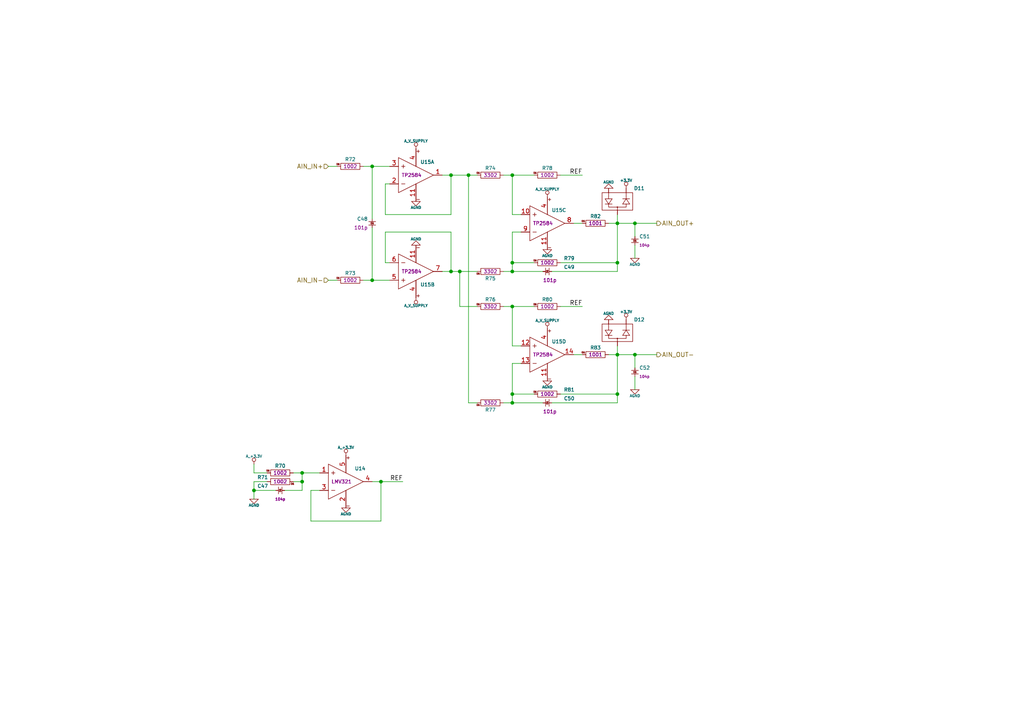
<source format=kicad_sch>
(kicad_sch (version 20231120) (generator "eeschema") (generator_version "8.0")
  (paper "A4")
  (title_block (title "Open-PLC-Project") (date "2024-12-01") (company "-") (comment 1 "See the file \"LICENSE\" in the main directory of this archive for more details.") (comment 2 "This file is subject to the terms and conditions of the MIT License.") (comment 3 "Copyright (c) 2024 Yoon-Ki Hong"))
  (lib_symbols
    (symbol "+3.3V_1" (power) (pin_names (offset 1.016))
      (property "Value" "A_+3.3V" (at 0 2.286 0))
      (symbol "+3.3V_1_0_1"
        (polyline (pts (xy 0 0) (xy 0 0.762) (xy 0 0.762) (xy 0 0.762)))
        (circle (center 0 1.27) (radius 0.508))
      )
      (symbol "+3.3V_1_1_0"
        (pin power_in line (at 0 0 90) (length 0) hide (name "A_+3.3V") (number "1"))
      )
    )
    (symbol "AGND_1" (power) (pin_names (offset 0))
      (property "Value" "AGND" (at 0 -1.778 0))
      (symbol "AGND_1_0_1"
        (polyline (pts (xy -1.27 0) (xy 0 -1.27) (xy 1.27 0) (xy -1.27 0)))
      )
      (symbol "AGND_1_1_1"
        (pin power_in line (at 0 0 90) (length 0) hide (name "AGND") (number "1"))
      )
    )
    (symbol "Capacitor_MLCC:0603B101K500" (pin_numbers hide) (pin_names (offset 1.016) hide)
      (property "Reference" "C" (at 1.27 1.27 0))
      (property "#Value" "101p" (at 1.27 -1.27 0))
      (symbol "0603B101K500_0_0"
        (text "06" (at 0 0 0) (effects (font (size 0.508 0.508))))
      )
      (symbol "0603B101K500_0_1"
        (polyline (pts (xy -1.016 -0.508) (xy 1.016 -0.508)))
        (polyline (pts (xy -1.016 0.508) (xy 1.016 0.508)))
        (polyline (pts (xy 0 1.27) (xy 0 0.635) (xy 0 0.635)))
      )
      (symbol "0603B101K500_1_1"
        (pin passive line (at 0 -1.27 90) (length 0.762) (name "~") (number "1"))
        (pin passive line (at 0 1.27 270) (length 0.762) (name "~") (number "2"))
      )
    )
    (symbol "Capacitor_MLCC:0603B104K500" (pin_numbers hide) (pin_names (offset 1.016) hide)
      (property "Reference" "C" (at 1.27 1.27 0))
      (property "#Value" "104p" (at 1.27 -1.27 0))
      (symbol "0603B104K500_0_0"
        (text "06" (at 0 0 0) (effects (font (size 0.508 0.508))))
      )
      (symbol "0603B104K500_0_1"
        (polyline (pts (xy -1.016 -0.508) (xy 1.016 -0.508)))
        (polyline (pts (xy -1.016 0.508) (xy 1.016 0.508)))
        (polyline (pts (xy 0 1.27) (xy 0 0.635) (xy 0 0.635)))
      )
      (symbol "0603B104K500_1_1"
        (pin passive line (at 0 -1.27 90) (length 0.762) (name "~") (number "1"))
        (pin passive line (at 0 1.27 270) (length 0.762) (name "~") (number "2"))
      )
    )
    (symbol "Diode_Protection:KDS226" (pin_numbers hide) (pin_names (offset 1.016) hide)
      (property "Reference" "D" (at -5.08 3.81 0))
      (symbol "KDS226_0_1"
        (rectangle (start -4.445 2.54) (end 4.445 -2.54))
        (circle (center 0 -1.651) (radius 0.127))
        (polyline (pts (xy -3.556 0.762) (xy -2.54 -0.762)))
        (polyline (pts (xy -2.54 -0.762) (xy -3.556 -0.762)))
        (polyline (pts (xy -2.54 -0.762) (xy -1.524 -0.762)))
        (polyline (pts (xy -2.54 -0.762) (xy -1.524 0.762)))
        (polyline (pts (xy -2.54 0.762) (xy -3.556 0.762)))
        (polyline (pts (xy -2.54 0.762) (xy -1.524 0.762)))
        (polyline (pts (xy 2.54 -0.762) (xy 1.524 -0.762)))
        (polyline (pts (xy 2.54 -0.762) (xy 3.556 -0.762)))
        (polyline (pts (xy 2.54 0.762) (xy 1.524 0.762)))
        (polyline (pts (xy 2.54 0.762) (xy 2.54 2.54)))
        (polyline (pts (xy 2.54 0.762) (xy 3.556 -0.762)))
        (polyline (pts (xy 2.54 0.762) (xy 3.556 0.762)))
        (polyline (pts (xy -2.54 0.762) (xy -2.54 2.667) (xy -2.54 2.54)))
        (polyline (pts (xy 2.54 -0.762) (xy 2.54 -1.651) (xy 0 -1.651)))
        (polyline (pts (xy -2.54 -0.762) (xy -2.54 -1.651) (xy 0 -1.651) (xy 0 -2.54)))
      )
      (symbol "KDS226_1_1"
        (polyline (pts (xy 1.524 -0.762) (xy 2.54 0.762)))
        (pin passive line (at -2.54 3.81 270) (length 1.27) (name "A2") (number "1"))
        (pin passive line (at 2.54 3.81 270) (length 1.27) (name "C1") (number "2"))
        (pin passive line (at 0 -3.81 90) (length 1.27) (name "A1C2") (number "3"))
      )
    )
    (symbol "OPAMP:LMV321-TR" (pin_names (offset 1.016) hide)
      (property "Reference" "U" (at 2.54 3.81 0))
      (property "#Value" "LMV321" (at -1.27 0 0))
      (symbol "LMV321-TR_0_0"
        (text "+" (at 0.635 6.985 0) (effects (font (size 1.016 1.016))))
        (text "-" (at 0.635 -6.985 0) (effects (font (size 1.016 1.016))))
        (pin power_in line (at 0 -7.62 90) (length 5.08) (name "VSS") (number "2"))
        (pin power_in line (at 0 7.62 270) (length 5.08) (name "VDD") (number "5"))
      )
      (symbol "LMV321-TR_0_1"
        (polyline (pts (xy -4.191 -2.54) (xy -3.175 -2.54)))
        (polyline (pts (xy -4.191 2.54) (xy -3.175 2.54)))
        (polyline (pts (xy -3.683 3.048) (xy -3.683 2.032)))
        (polyline (pts (xy -5.08 5.08) (xy -5.08 -5.08) (xy 5.08 0) (xy -5.08 5.08)))
      )
      (symbol "LMV321-TR_1_1"
        (pin input line (at -7.62 2.54 0) (length 2.54) (name "+") (number "1"))
        (pin input line (at -7.62 -2.54 0) (length 2.54) (name "-") (number "3"))
        (pin output line (at 7.62 0 180) (length 2.54) (name "OUT") (number "4"))
      )
    )
    (symbol "OPAMP:TP2584-SR" (pin_names (offset 1.016) hide)
      (property "Reference" "U" (at 1.27 3.81 0))
      (property "#Value" "TP2584" (at -1.27 0 0))
      (symbol "TP2584-SR_0_0"
        (text "+" (at 0.635 6.985 0) (effects (font (size 1.016 1.016))))
        (text "-" (at 0.635 -6.985 0) (effects (font (size 1.016 1.016))))
        (pin power_in line (at 0 -7.62 90) (length 5.08) (name "GND") (number "11"))
        (pin power_in line (at 0 7.62 270) (length 5.08) (name "VCC") (number "4"))
      )
      (symbol "TP2584-SR_0_1"
        (polyline (pts (xy -4.191 -2.54) (xy -3.175 -2.54)))
        (polyline (pts (xy -4.191 2.54) (xy -3.175 2.54)))
        (polyline (pts (xy -3.683 3.048) (xy -3.683 2.032)))
        (polyline (pts (xy -5.08 5.08) (xy -5.08 -5.08) (xy 5.08 0) (xy -5.08 5.08)))
      )
      (symbol "TP2584-SR_1_1"
        (pin output line (at 7.62 0 180) (length 2.54) (name "OUT") (number "1"))
        (pin input line (at -7.62 -2.54 0) (length 2.54) (name "-") (number "2"))
        (pin input line (at -7.62 2.54 0) (length 2.54) (name "+") (number "3"))
      )
      (symbol "TP2584-SR_2_1"
        (pin input line (at -7.62 2.54 0) (length 2.54) (name "+") (number "5"))
        (pin input line (at -7.62 -2.54 0) (length 2.54) (name "-") (number "6"))
        (pin output line (at 7.62 0 180) (length 2.54) (name "OUT") (number "7"))
      )
      (symbol "TP2584-SR_3_1"
        (pin input line (at -7.62 2.54 0) (length 2.54) (name "+") (number "10"))
        (pin output line (at 7.62 0 180) (length 2.54) (name "OUT") (number "8"))
        (pin input line (at -7.62 -2.54 0) (length 2.54) (name "-") (number "9"))
      )
      (symbol "TP2584-SR_4_1"
        (pin input line (at -7.62 2.54 0) (length 2.54) (name "+") (number "12"))
        (pin input line (at -7.62 -2.54 0) (length 2.54) (name "-") (number "13"))
        (pin output line (at 7.62 0 180) (length 2.54) (name "OUT") (number "14"))
      )
    )
    (symbol "Resistor:WR06X1001FTL" (pin_numbers hide) (pin_names (offset 0.0254))
      (property "Reference" "R" (at 0 2.032 0))
      (property "#Value" "1001" (at 0 0 0))
      (symbol "WR06X1001FTL_0_0"
        (text "06" (at -3.556 0.635 0) (effects (font (size 0.508 0.508))))
      )
      (symbol "WR06X1001FTL_0_1"
        (rectangle (start -2.794 -0.889) (end 2.794 0.889))
      )
      (symbol "WR06X1001FTL_1_1"
        (pin passive line (at -3.81 0 0) (length 1.016) (name "~") (number "1"))
        (pin passive line (at 3.81 0 180) (length 1.016) (name "~") (number "2"))
      )
    )
    (symbol "Resistor:WR06X1002FTL" (pin_numbers hide) (pin_names (offset 0.0254))
      (property "Reference" "R" (at 0 2.032 0))
      (property "#Value" "1002" (at 0 0 0))
      (symbol "WR06X1002FTL_0_0"
        (text "06" (at -3.556 0.635 0) (effects (font (size 0.508 0.508))))
      )
      (symbol "WR06X1002FTL_0_1"
        (rectangle (start -2.794 -0.889) (end 2.794 0.889))
      )
      (symbol "WR06X1002FTL_1_1"
        (pin passive line (at -3.81 0 0) (length 1.016) (name "~") (number "1"))
        (pin passive line (at 3.81 0 180) (length 1.016) (name "~") (number "2"))
      )
    )
    (symbol "Resistor:WR06X3302FTL" (pin_numbers hide) (pin_names (offset 0.0254))
      (property "Reference" "R" (at 0 2.032 0))
      (property "#Value" "3302" (at 0 0 0))
      (symbol "WR06X3302FTL_0_0"
        (text "06" (at -3.556 0.635 0) (effects (font (size 0.508 0.508))))
      )
      (symbol "WR06X3302FTL_0_1"
        (rectangle (start -2.794 -0.889) (end 2.794 0.889))
      )
      (symbol "WR06X3302FTL_1_1"
        (pin passive line (at -3.81 0 0) (length 1.016) (name "~") (number "1"))
        (pin passive line (at 3.81 0 180) (length 1.016) (name "~") (number "2"))
      )
    )
    (symbol "V_SUPPLY_1" (power) (pin_names (offset 1.016))
      (property "Value" "V_AIN" (at 0 2.286 0))
      (symbol "V_SUPPLY_1_0_1"
        (polyline (pts (xy 0 0) (xy 0 0.762) (xy 0 0.762) (xy 0 0.762)))
        (circle (center 0 1.27) (radius 0.508))
      )
      (symbol "V_SUPPLY_1_1_0"
        (pin power_in line (at 0 0 90) (length 0) hide (name "V_AIN") (number "1"))
      )
    )
    (symbol "power:+3.3V" (power) (pin_names (offset 1.016))
      (property "Value" "+3.3V" (at 0 2.286 0))
      (symbol "+3.3V_0_0"
        (pin power_in line (at 0 0 90) (length 0) hide (name "+3.3V") (number "1"))
      )
      (symbol "+3.3V_0_1"
        (polyline (pts (xy 0 0) (xy 0 0.762) (xy 0 0.762) (xy 0 0.762)))
        (circle (center 0 1.27) (radius 0.508))
      )
    )
  )
  (junction (at 87.63 137.16))
  (junction (at 184.15 64.77))
  (junction (at 130.81 50.8))
  (junction (at 130.81 78.74))
  (junction (at 179.07 102.87))
  (junction (at 148.59 88.9))
  (junction (at 135.89 50.8))
  (junction (at 148.59 78.74))
  (junction (at 179.07 64.77))
  (junction (at 133.35 78.74))
  (junction (at 179.07 114.3))
  (junction (at 87.63 139.7))
  (junction (at 148.59 50.8))
  (junction (at 148.59 114.3))
  (junction (at 73.66 142.24))
  (junction (at 148.59 76.2))
  (junction (at 107.95 81.28))
  (junction (at 107.95 48.26))
  (junction (at 179.07 76.2))
  (junction (at 184.15 102.87))
  (junction (at 110.49 139.7))
  (junction (at 148.59 116.84))
  (wire (pts (xy 107.95 81.28) (xy 113.03 81.28)))
  (wire (pts (xy 148.59 50.8) (xy 154.94 50.8)))
  (wire (pts (xy 176.53 64.77) (xy 179.07 64.77)))
  (wire (pts (xy 87.63 137.16) (xy 92.71 137.16)))
  (wire (pts (xy 87.63 142.24) (xy 87.63 139.7)))
  (wire (pts (xy 162.56 50.8) (xy 168.91 50.8)))
  (wire (pts (xy 95.25 81.28) (xy 97.79 81.28)))
  (wire (pts (xy 148.59 100.33) (xy 148.59 88.9)))
  (wire (pts (xy 111.76 53.34) (xy 113.03 53.34)))
  (wire (pts (xy 111.76 62.23) (xy 111.76 53.34)))
  (wire (pts (xy 148.59 105.41) (xy 151.13 105.41)))
  (wire (pts (xy 135.89 50.8) (xy 135.89 116.84)))
  (wire (pts (xy 148.59 114.3) (xy 148.59 116.84)))
  (wire (pts (xy 184.15 102.87) (xy 190.5 102.87)))
  (wire (pts (xy 130.81 78.74) (xy 133.35 78.74)))
  (wire (pts (xy 107.95 66.04) (xy 107.95 81.28)))
  (wire (pts (xy 162.56 76.2) (xy 179.07 76.2)))
  (wire (pts (xy 148.59 116.84) (xy 157.48 116.84)))
  (wire (pts (xy 130.81 78.74) (xy 128.27 78.74)))
  (wire (pts (xy 184.15 102.87) (xy 184.15 106.68)))
  (wire (pts (xy 110.49 139.7) (xy 107.95 139.7)))
  (wire (pts (xy 133.35 88.9) (xy 138.43 88.9)))
  (wire (pts (xy 146.05 50.8) (xy 148.59 50.8)))
  (wire (pts (xy 128.27 50.8) (xy 130.81 50.8)))
  (wire (pts (xy 73.66 142.24) (xy 80.01 142.24)))
  (wire (pts (xy 111.76 76.2) (xy 113.03 76.2)))
  (wire (pts (xy 154.94 114.3) (xy 148.59 114.3)))
  (wire (pts (xy 95.25 48.26) (xy 97.79 48.26)))
  (wire (pts (xy 176.53 102.87) (xy 179.07 102.87)))
  (wire (pts (xy 135.89 50.8) (xy 138.43 50.8)))
  (wire (pts (xy 105.41 48.26) (xy 107.95 48.26)))
  (wire (pts (xy 148.59 78.74) (xy 157.48 78.74)))
  (wire (pts (xy 184.15 64.77) (xy 184.15 68.58)))
  (wire (pts (xy 160.02 116.84) (xy 179.07 116.84)))
  (wire (pts (xy 179.07 62.23) (xy 179.07 64.77)))
  (wire (pts (xy 148.59 62.23) (xy 148.59 50.8)))
  (wire (pts (xy 110.49 151.13) (xy 110.49 139.7)))
  (wire (pts (xy 73.66 134.62) (xy 73.66 137.16)))
  (wire (pts (xy 179.07 100.33) (xy 179.07 102.87)))
  (wire (pts (xy 146.05 116.84) (xy 148.59 116.84)))
  (wire (pts (xy 90.17 142.24) (xy 90.17 151.13)))
  (wire (pts (xy 73.66 139.7) (xy 77.47 139.7)))
  (wire (pts (xy 148.59 76.2) (xy 148.59 78.74)))
  (wire (pts (xy 85.09 139.7) (xy 87.63 139.7)))
  (wire (pts (xy 179.07 102.87) (xy 184.15 102.87)))
  (wire (pts (xy 90.17 151.13) (xy 110.49 151.13)))
  (wire (pts (xy 148.59 105.41) (xy 148.59 114.3)))
  (wire (pts (xy 85.09 137.16) (xy 87.63 137.16)))
  (wire (pts (xy 184.15 64.77) (xy 190.5 64.77)))
  (wire (pts (xy 146.05 78.74) (xy 148.59 78.74)))
  (wire (pts (xy 148.59 100.33) (xy 151.13 100.33)))
  (wire (pts (xy 107.95 48.26) (xy 113.03 48.26)))
  (wire (pts (xy 184.15 71.12) (xy 184.15 74.93)))
  (wire (pts (xy 130.81 67.31) (xy 130.81 78.74)))
  (wire (pts (xy 130.81 50.8) (xy 135.89 50.8)))
  (wire (pts (xy 105.41 81.28) (xy 107.95 81.28)))
  (wire (pts (xy 107.95 48.26) (xy 107.95 63.5)))
  (wire (pts (xy 148.59 88.9) (xy 154.94 88.9)))
  (wire (pts (xy 73.66 139.7) (xy 73.66 142.24)))
  (wire (pts (xy 179.07 116.84) (xy 179.07 114.3)))
  (wire (pts (xy 133.35 78.74) (xy 133.35 88.9)))
  (wire (pts (xy 184.15 109.22) (xy 184.15 113.03)))
  (wire (pts (xy 179.07 64.77) (xy 184.15 64.77)))
  (wire (pts (xy 154.94 76.2) (xy 148.59 76.2)))
  (wire (pts (xy 130.81 62.23) (xy 111.76 62.23)))
  (wire (pts (xy 92.71 142.24) (xy 90.17 142.24)))
  (wire (pts (xy 179.07 78.74) (xy 179.07 76.2)))
  (wire (pts (xy 133.35 78.74) (xy 138.43 78.74)))
  (wire (pts (xy 162.56 114.3) (xy 179.07 114.3)))
  (wire (pts (xy 111.76 67.31) (xy 111.76 76.2)))
  (wire (pts (xy 160.02 78.74) (xy 179.07 78.74)))
  (wire (pts (xy 148.59 62.23) (xy 151.13 62.23)))
  (wire (pts (xy 179.07 64.77) (xy 179.07 76.2)))
  (wire (pts (xy 168.91 102.87) (xy 166.37 102.87)))
  (wire (pts (xy 162.56 88.9) (xy 168.91 88.9)))
  (wire (pts (xy 148.59 67.31) (xy 148.59 76.2)))
  (wire (pts (xy 73.66 142.24) (xy 73.66 144.78)))
  (wire (pts (xy 130.81 50.8) (xy 130.81 62.23)))
  (wire (pts (xy 130.81 67.31) (xy 111.76 67.31)))
  (wire (pts (xy 110.49 139.7) (xy 116.84 139.7)))
  (wire (pts (xy 179.07 102.87) (xy 179.07 114.3)))
  (wire (pts (xy 146.05 88.9) (xy 148.59 88.9)))
  (wire (pts (xy 135.89 116.84) (xy 138.43 116.84)))
  (wire (pts (xy 73.66 137.16) (xy 77.47 137.16)))
  (wire (pts (xy 87.63 139.7) (xy 87.63 137.16)))
  (wire (pts (xy 168.91 64.77) (xy 166.37 64.77)))
  (wire (pts (xy 148.59 67.31) (xy 151.13 67.31)))
  (wire (pts (xy 82.55 142.24) (xy 87.63 142.24)))
  (label "REF" (at 168.91 50.8 180))
  (label "REF" (at 168.91 88.9 180))
  (label "REF" (at 116.84 139.7 180))
  (hierarchical_label "AIN_OUT-" (shape output) (at 190.5 102.87 0))
  (hierarchical_label "AIN_OUT+" (shape output) (at 190.5 64.77 0))
  (hierarchical_label "AIN_IN+" (shape input) (at 95.25 48.26 180))
  (hierarchical_label "AIN_IN-" (shape input) (at 95.25 81.28 180))
  (symbol (lib_id "Resistor:WR06X1002FTL") (at 81.28 137.16 0) (unit 1)
    (property "Reference" "R70" (at 81.28 135.128 0) (effects (font (size 1.016 1.016))))
    (property "Value" "WR06X1002FTL" (effects (hide yes)))
    (property "Footprint" "SMR:0603" (effects (hide yes)))
    (property "Description" "10 kOhm 1% 1/10W" (effects (hide yes)))
    (property "Manufacturer" "WALSIN" (effects (hide yes)))
    (property "#Value" "1002" (at 81.28 137.16 0) (effects (font (size 1.016 1.016))))
    (instances (project "Open-PLC-Project" (path "" (reference "R70") (unit 1)) (path "" (reference "R84") (unit 1)) (path "" (reference "R112") (unit 1)) (path "" (reference "R98") (unit 1))))
  )
  (symbol (lib_name "AGND_1") (lib_id "power:AGND") (at 158.75 72.39 0) (unit 1)
    (property "Reference" "#PWR0141" (effects (hide yes)))
    (property "Value" "AGND" (at 158.75 74.168 0) (effects (font (size 0.762 0.762))))
    (instances (project "Open-PLC-Project" (path "" (reference "#PWR0141") (unit 1)) (path "" (reference "#PWR0159") (unit 1)) (path "" (reference "#PWR0195") (unit 1)) (path "" (reference "#PWR0177") (unit 1))))
  )
  (symbol (lib_id "Resistor:WR06X1002FTL") (at 101.6 48.26 0) (unit 1)
    (property "Reference" "R86" (at 101.6 46.228 0) (effects (font (size 1.016 1.016))))
    (property "Value" "WR06X1002FTL" (effects (hide yes)))
    (property "Footprint" "SMR:0603" (effects (hide yes)))
    (property "Description" "10 kOhm 1% 1/10W" (effects (hide yes)))
    (property "Manufacturer" "WALSIN" (effects (hide yes)))
    (property "#Value" "1002" (at 101.6 48.26 0) (effects (font (size 1.016 1.016))))
    (instances (project "" (path "" (reference "R72") (unit 1)) (path "" (reference "R86") (unit 1)) (path "" (reference "R114") (unit 1)) (path "" (reference "R100") (unit 1))))
  )
  (symbol (lib_id "Capacitor_MLCC:0603B101K500") (at 107.95 64.77 0) (mirror x) (unit 1)
    (property "Reference" "C48" (at 106.68 63.5 0) (effects (font (size 1.016 1.016)) (justify right)))
    (property "Value" "0603B101K500" (effects (hide yes)))
    (property "Footprint" "SMC:0603" (effects (hide yes)))
    (property "Description" "100pF 10% 50V X7R" (effects (hide yes)))
    (property "Manufacturer" "WALSIN" (effects (hide yes)))
    (property "#Value" "101p" (at 106.68 66.04 0) (effects (font (size 1.016 1.016)) (justify right)))
    (property "Code" "0" (effects (hide yes)))
    (instances (project "Open-PLC-Project" (path "" (reference "C48") (unit 1)) (path "" (reference "C54") (unit 1)) (path "" (reference "C66") (unit 1)) (path "" (reference "C60") (unit 1))))
  )
  (symbol (lib_id "Resistor:WR06X1001FTL") (at 172.72 64.77 0) (unit 1)
    (property "Reference" "R96" (at 172.72 62.738 0) (effects (font (size 1.016 1.016))))
    (property "Value" "WR06X1001FTL" (effects (hide yes)))
    (property "Footprint" "SMR:0603" (effects (hide yes)))
    (property "Description" "1 kOhm ±1% 1/10W" (effects (hide yes)))
    (property "Manufacturer" "WALSIN" (effects (hide yes)))
    (property "#Value" "1001" (at 172.72 64.77 0) (effects (font (size 1.016 1.016))))
    (instances (project "" (path "" (reference "R82") (unit 1)) (path "" (reference "R96") (unit 1)) (path "" (reference "R124") (unit 1)) (path "" (reference "R110") (unit 1))))
  )
  (symbol (lib_id "Resistor:WR06X1002FTL") (at 81.28 139.7 180) (unit 1)
    (property "Reference" "R71" (at 76.2 138.43 0) (effects (font (size 1.016 1.016))))
    (property "Value" "WR06X1002FTL" (effects (hide yes)))
    (property "Footprint" "SMR:0603" (effects (hide yes)))
    (property "Description" "10 kOhm 1% 1/10W" (effects (hide yes)))
    (property "Manufacturer" "WALSIN" (effects (hide yes)))
    (property "#Value" "1002" (at 81.28 139.7 0) (effects (font (size 1.016 1.016))))
    (instances (project "Open-PLC-Project" (path "" (reference "R71") (unit 1)) (path "" (reference "R85") (unit 1)) (path "" (reference "R113") (unit 1)) (path "" (reference "R99") (unit 1))))
  )
  (symbol (lib_id "Capacitor_MLCC:0603B104K500") (at 184.15 69.85 0) (unit 1)
    (property "Reference" "C57" (at 185.42 68.58 0) (effects (font (size 1.016 1.016)) (justify left)))
    (property "Value" "0603B104K500" (effects (hide yes)))
    (property "Footprint" "SMC:0603" (effects (hide yes)))
    (property "Description" "100nF ±10% 50V X7R" (effects (hide yes)))
    (property "Manufacturer" "WALSIN" (effects (hide yes)))
    (property "#Value" "104p" (at 185.42 71.12 0) (effects (font (size 0.762 0.762)) (justify left)))
    (instances (project "" (path "" (reference "C51") (unit 1)) (path "" (reference "C57") (unit 1)) (path "" (reference "C69") (unit 1)) (path "" (reference "C63") (unit 1))))
  )
  (symbol (lib_id "Resistor:WR06X3302FTL") (at 142.24 116.84 0) (mirror x) (unit 1)
    (property "Reference" "R77" (at 142.24 118.872 0) (effects (font (size 1.016 1.016))))
    (property "Value" "WR06X3302FTL" (effects (hide yes)))
    (property "Footprint" "SMR:0603" (effects (hide yes)))
    (property "Description" "33 kOhm ±1% 1/10W" (effects (hide yes)))
    (property "Manufacturer" "WALSIN" (effects (hide yes)))
    (property "#Value" "3302" (at 142.24 116.84 0) (effects (font (size 1.016 1.016))))
    (instances (project "Open-PLC-Project" (path "" (reference "R77") (unit 1)) (path "" (reference "R91") (unit 1)) (path "" (reference "R119") (unit 1)) (path "" (reference "R105") (unit 1))))
  )
  (symbol (lib_name "V_SUPPLY_1") (lib_id "power:V_SUPPLY") (at 120.65 86.36 0) (mirror x) (unit 1)
    (property "Reference" "#PWR0139" (effects (hide yes)))
    (property "Value" "A_V_SUPPLY" (at 120.65 88.646 0) (effects (font (size 0.762 0.762))))
    (instances (project "Open-PLC-Project" (path "" (reference "#PWR0139") (unit 1)) (path "" (reference "#PWR0157") (unit 1)) (path "" (reference "#PWR0193") (unit 1)) (path "" (reference "#PWR0175") (unit 1))))
  )
  (symbol (lib_id "Resistor:WR06X3302FTL") (at 142.24 50.8 0) (unit 1)
    (property "Reference" "R74" (at 142.24 48.768 0) (effects (font (size 1.016 1.016))))
    (property "Value" "WR06X3302FTL" (effects (hide yes)))
    (property "Footprint" "SMR:0603" (effects (hide yes)))
    (property "Description" "33 kOhm ±1% 1/10W" (effects (hide yes)))
    (property "Manufacturer" "WALSIN" (effects (hide yes)))
    (property "#Value" "3302" (at 142.24 50.8 0) (effects (font (size 1.016 1.016))))
    (instances (project "Open-PLC-Project" (path "" (reference "R74") (unit 1)) (path "" (reference "R88") (unit 1)) (path "" (reference "R116") (unit 1)) (path "" (reference "R102") (unit 1))))
  )
  (symbol (lib_id "power:+3.3V") (at 181.61 92.71 0) (unit 1)
    (property "Reference" "#PWR0147" (effects (hide yes)))
    (property "Value" "+3.3V" (at 181.61 90.424 0) (effects (font (size 0.762 0.762))))
    (instances (project "Open-PLC-Project" (path "" (reference "#PWR0147") (unit 1)) (path "" (reference "#PWR0165") (unit 1)) (path "" (reference "#PWR0201") (unit 1)) (path "" (reference "#PWR0183") (unit 1))))
  )
  (symbol (lib_name "AGND_1") (lib_id "power:AGND") (at 176.53 92.71 180) (unit 1)
    (property "Reference" "#PWR0145" (effects (hide yes)))
    (property "Value" "AGND" (at 176.53 90.932 0) (effects (font (size 0.762 0.762))))
    (instances (project "Open-PLC-Project" (path "" (reference "#PWR0145") (unit 1)) (path "" (reference "#PWR0163") (unit 1)) (path "" (reference "#PWR0199") (unit 1)) (path "" (reference "#PWR0181") (unit 1))))
  )
  (symbol (lib_id "Resistor:WR06X1001FTL") (at 172.72 102.87 0) (unit 1)
    (property "Reference" "R83" (at 172.72 100.838 0) (effects (font (size 1.016 1.016))))
    (property "Value" "WR06X1001FTL" (effects (hide yes)))
    (property "Footprint" "SMR:0603" (effects (hide yes)))
    (property "Description" "1 kOhm ±1% 1/10W" (effects (hide yes)))
    (property "Manufacturer" "WALSIN" (effects (hide yes)))
    (property "#Value" "1001" (at 172.72 102.87 0) (effects (font (size 1.016 1.016))))
    (instances (project "Open-PLC-Project" (path "" (reference "R83") (unit 1)) (path "" (reference "R97") (unit 1)) (path "" (reference "R125") (unit 1)) (path "" (reference "R111") (unit 1))))
  )
  (symbol (lib_name "AGND_1") (lib_id "power:AGND") (at 184.15 74.93 0) (unit 1)
    (property "Reference" "#PWR0148" (effects (hide yes)))
    (property "Value" "AGND" (at 184.15 76.708 0) (effects (font (size 0.762 0.762))))
    (instances (project "Open-PLC-Project" (path "" (reference "#PWR0148") (unit 1)) (path "" (reference "#PWR0166") (unit 1)) (path "" (reference "#PWR0202") (unit 1)) (path "" (reference "#PWR0184") (unit 1))))
  )
  (symbol (lib_name "AGND_1") (lib_id "power:AGND") (at 120.65 58.42 0) (unit 1)
    (property "Reference" "#PWR0137" (effects (hide yes)))
    (property "Value" "AGND" (at 120.65 60.198 0) (effects (font (size 0.762 0.762))))
    (instances (project "Open-PLC-Project" (path "" (reference "#PWR0137") (unit 1)) (path "" (reference "#PWR0155") (unit 1)) (path "" (reference "#PWR0191") (unit 1)) (path "" (reference "#PWR0173") (unit 1))))
  )
  (symbol (lib_name "AGND_1") (lib_id "power:AGND") (at 120.65 71.12 0) (mirror x) (unit 1)
    (property "Reference" "#PWR0138" (effects (hide yes)))
    (property "Value" "AGND" (at 120.65 69.342 0) (effects (font (size 0.762 0.762))))
    (instances (project "Open-PLC-Project" (path "" (reference "#PWR0138") (unit 1)) (path "" (reference "#PWR0156") (unit 1)) (path "" (reference "#PWR0192") (unit 1)) (path "" (reference "#PWR0174") (unit 1))))
  )
  (symbol (lib_id "OPAMP:TP2584-SR") (at 158.75 64.77 0) (unit 3)
    (property "Reference" "U15" (at 160.02 60.96 0) (effects (font (size 1.016 1.016)) (justify left)))
    (property "Value" "TP2584-SR" (effects (hide yes)))
    (property "Footprint" "SO:SOIC-14" (effects (hide yes)))
    (property "Description" "Four channels 8V/us 10MHz Rail-to-rail input, rail-to-rail output 3mV SOIC-14 Operational Amplifier ROHS" (effects (hide yes)))
    (property "Manufacturer" "3PEAK" (effects (hide yes)))
    (property "#Value" "TP2584" (at 157.48 64.77 0) (effects (font (size 1.016 1.016))))
    (instances (project "Open-PLC-Project" (path "" (reference "U15") (unit 3)) (path "" (reference "U17") (unit 3)) (path "" (reference "U21") (unit 3)) (path "" (reference "U19") (unit 3))))
  )
  (symbol (lib_id "Diode_Protection:KDS226") (at 179.07 58.42 0) (unit 1)
    (property "Reference" "D11" (at 185.42 54.61 0) (effects (font (size 1.016 1.016))))
    (property "Value" "KDS226" (effects (hide yes)))
    (property "Footprint" "SOT:SOT23" (effects (hide yes)))
    (property "Description" "ULTRA HIGH SPEED SWITCHING APPLICATION" (effects (hide yes)))
    (property "Manufacturer" "KEC" (effects (hide yes)))
    (instances (project "Open-PLC-Project" (path "" (reference "D11") (unit 1)) (path "" (reference "D13") (unit 1)) (path "" (reference "D17") (unit 1)) (path "" (reference "D15") (unit 1))))
  )
  (symbol (lib_id "OPAMP:LMV321-TR") (at 100.33 139.7 0) (unit 1)
    (property "Reference" "U16" (at 102.87 135.89 0) (effects (font (size 1.016 1.016)) (justify left)))
    (property "Value" "LMV321-TR" (effects (hide yes)))
    (property "Footprint" "SOT:SOT-23-5L" (effects (hide yes)))
    (property "Description" "1MHZ CMOS Rail-to-Rail IO Opamp with RF Filter" (effects (hide yes)))
    (property "Manufacturer" "GAINSIL" (effects (hide yes)))
    (property "#Value" "LMV321" (at 99.06 139.7 0) (effects (font (size 1.016 1.016))))
    (instances (project "" (path "" (reference "U14") (unit 1)) (path "" (reference "U16") (unit 1)) (path "" (reference "U20") (unit 1)) (path "" (reference "U18") (unit 1))))
  )
  (symbol (lib_id "Resistor:WR06X3302FTL") (at 142.24 88.9 0) (unit 1)
    (property "Reference" "R76" (at 142.24 86.868 0) (effects (font (size 1.016 1.016))))
    (property "Value" "WR06X3302FTL" (effects (hide yes)))
    (property "Footprint" "SMR:0603" (effects (hide yes)))
    (property "Description" "33 kOhm ±1% 1/10W" (effects (hide yes)))
    (property "Manufacturer" "WALSIN" (effects (hide yes)))
    (property "#Value" "3302" (at 142.24 88.9 0) (effects (font (size 1.016 1.016))))
    (instances (project "Open-PLC-Project" (path "" (reference "R76") (unit 1)) (path "" (reference "R90") (unit 1)) (path "" (reference "R118") (unit 1)) (path "" (reference "R104") (unit 1))))
  )
  (symbol (lib_id "power:+3.3V") (at 181.61 54.61 0) (unit 1)
    (property "Reference" "#PWR0164" (effects (hide yes)))
    (property "Value" "+3.3V" (at 181.61 52.324 0) (effects (font (size 0.762 0.762))))
    (instances (project "" (path "" (reference "#PWR0146") (unit 1)) (path "" (reference "#PWR0164") (unit 1)) (path "" (reference "#PWR0200") (unit 1)) (path "" (reference "#PWR0182") (unit 1))))
  )
  (symbol (lib_id "OPAMP:TP2584-SR") (at 120.65 50.8 0) (unit 1)
    (property "Reference" "U17" (at 121.92 46.99 0) (effects (font (size 1.016 1.016)) (justify left)))
    (property "Value" "TP2584-SR" (effects (hide yes)))
    (property "Footprint" "SO:SOIC-14" (effects (hide yes)))
    (property "Description" "Four channels 8V/us 10MHz Rail-to-rail input, rail-to-rail output 3mV SOIC-14 Operational Amplifier ROHS" (effects (hide yes)))
    (property "Manufacturer" "3PEAK" (effects (hide yes)))
    (property "#Value" "TP2584" (at 119.38 50.8 0) (effects (font (size 1.016 1.016))))
    (instances (project "" (path "" (reference "U15") (unit 1)) (path "" (reference "U17") (unit 1)) (path "" (reference "U21") (unit 1)) (path "" (reference "U19") (unit 1))))
  )
  (symbol (lib_id "OPAMP:TP2584-SR") (at 158.75 102.87 0) (unit 4)
    (property "Reference" "U15" (at 160.02 99.06 0) (effects (font (size 1.016 1.016)) (justify left)))
    (property "Value" "TP2584-SR" (effects (hide yes)))
    (property "Footprint" "SO:SOIC-14" (effects (hide yes)))
    (property "Description" "Four channels 8V/us 10MHz Rail-to-rail input, rail-to-rail output 3mV SOIC-14 Operational Amplifier ROHS" (effects (hide yes)))
    (property "Manufacturer" "3PEAK" (effects (hide yes)))
    (property "#Value" "TP2584" (at 157.48 102.87 0) (effects (font (size 1.016 1.016))))
    (instances (project "Open-PLC-Project" (path "" (reference "U15") (unit 4)) (path "" (reference "U17") (unit 4)) (path "" (reference "U21") (unit 4)) (path "" (reference "U19") (unit 4))))
  )
  (symbol (lib_name "AGND_1") (lib_id "power:AGND") (at 158.75 110.49 0) (unit 1)
    (property "Reference" "#PWR0143" (effects (hide yes)))
    (property "Value" "AGND" (at 158.75 112.268 0) (effects (font (size 0.762 0.762))))
    (instances (project "Open-PLC-Project" (path "" (reference "#PWR0143") (unit 1)) (path "" (reference "#PWR0161") (unit 1)) (path "" (reference "#PWR0197") (unit 1)) (path "" (reference "#PWR0179") (unit 1))))
  )
  (symbol (lib_id "Capacitor_MLCC:0603B104K500") (at 81.28 142.24 270) (unit 1)
    (property "Reference" "C47" (at 76.2 140.97 90) (effects (font (size 1.016 1.016))))
    (property "Value" "0603B104K500" (effects (hide yes)))
    (property "Footprint" "SMC:0603" (effects (hide yes)))
    (property "Description" "100nF ±10% 50V X7R" (effects (hide yes)))
    (property "Manufacturer" "WALSIN" (effects (hide yes)))
    (property "#Value" "104p" (at 81.28 144.78 90) (effects (font (size 0.762 0.762))))
    (instances (project "Open-PLC-Project" (path "" (reference "C47") (unit 1)) (path "" (reference "C53") (unit 1)) (path "" (reference "C65") (unit 1)) (path "" (reference "C59") (unit 1))))
  )
  (symbol (lib_name "+3.3V_1") (lib_id "power:+3.3V") (at 73.66 134.62 0) (unit 1)
    (property "Reference" "#PWR0132" (effects (hide yes)))
    (property "Value" "A_+3.3V" (at 73.66 132.334 0) (effects (font (size 0.762 0.762))))
    (instances (project "Open-PLC-Project" (path "" (reference "#PWR0132") (unit 1)) (path "" (reference "#PWR0150") (unit 1)) (path "" (reference "#PWR0186") (unit 1)) (path "" (reference "#PWR0168") (unit 1))))
  )
  (symbol (lib_id "Resistor:WR06X1002FTL") (at 158.75 88.9 0) (unit 1)
    (property "Reference" "R80" (at 158.75 86.868 0) (effects (font (size 1.016 1.016))))
    (property "Value" "WR06X1002FTL" (effects (hide yes)))
    (property "Footprint" "SMR:0603" (effects (hide yes)))
    (property "Description" "10 kOhm 1% 1/10W" (effects (hide yes)))
    (property "Manufacturer" "WALSIN" (effects (hide yes)))
    (property "#Value" "1002" (at 158.75 88.9 0) (effects (font (size 1.016 1.016))))
    (instances (project "Open-PLC-Project" (path "" (reference "R80") (unit 1)) (path "" (reference "R94") (unit 1)) (path "" (reference "R122") (unit 1)) (path "" (reference "R108") (unit 1))))
  )
  (symbol (lib_name "AGND_1") (lib_id "power:AGND") (at 73.66 144.78 0) (mirror y) (unit 1)
    (property "Reference" "#PWR0133" (effects (hide yes)))
    (property "Value" "AGND" (at 73.66 146.558 0) (effects (font (size 0.762 0.762))))
    (instances (project "Open-PLC-Project" (path "" (reference "#PWR0133") (unit 1)) (path "" (reference "#PWR0151") (unit 1)) (path "" (reference "#PWR0187") (unit 1)) (path "" (reference "#PWR0169") (unit 1))))
  )
  (symbol (lib_id "Capacitor_MLCC:0603B101K500") (at 158.75 116.84 90) (unit 1)
    (property "Reference" "C50" (at 165.1 115.57 90) (effects (font (size 1.016 1.016))))
    (property "Value" "0603B101K500" (effects (hide yes)))
    (property "Footprint" "SMC:0603" (effects (hide yes)))
    (property "Description" "100pF 10% 50V X7R" (effects (hide yes)))
    (property "Manufacturer" "WALSIN" (effects (hide yes)))
    (property "#Value" "101p" (at 157.48 119.38 90) (effects (font (size 1.016 1.016)) (justify right)))
    (property "Code" "0" (effects (hide yes)))
    (instances (project "Open-PLC-Project" (path "" (reference "C50") (unit 1)) (path "" (reference "C56") (unit 1)) (path "" (reference "C68") (unit 1)) (path "" (reference "C62") (unit 1))))
  )
  (symbol (lib_id "Capacitor_MLCC:0603B101K500") (at 158.75 78.74 90) (unit 1)
    (property "Reference" "C55" (at 165.1 77.47 90) (effects (font (size 1.016 1.016))))
    (property "Value" "0603B101K500" (effects (hide yes)))
    (property "Footprint" "SMC:0603" (effects (hide yes)))
    (property "Description" "100pF 10% 50V X7R" (effects (hide yes)))
    (property "Manufacturer" "WALSIN" (effects (hide yes)))
    (property "#Value" "101p" (at 157.48 81.28 90) (effects (font (size 1.016 1.016)) (justify right)))
    (property "Code" "0" (effects (hide yes)))
    (instances (project "" (path "" (reference "C49") (unit 1)) (path "" (reference "C55") (unit 1)) (path "" (reference "C67") (unit 1)) (path "" (reference "C61") (unit 1))))
  )
  (symbol (lib_name "V_SUPPLY_1") (lib_id "power:V_SUPPLY") (at 120.65 43.18 0) (unit 1)
    (property "Reference" "#PWR0136" (effects (hide yes)))
    (property "Value" "A_V_SUPPLY" (at 120.65 40.894 0) (effects (font (size 0.762 0.762))))
    (instances (project "Open-PLC-Project" (path "" (reference "#PWR0136") (unit 1)) (path "" (reference "#PWR0154") (unit 1)) (path "" (reference "#PWR0190") (unit 1)) (path "" (reference "#PWR0172") (unit 1))))
  )
  (symbol (lib_name "AGND_1") (lib_id "power:AGND") (at 184.15 113.03 0) (unit 1)
    (property "Reference" "#PWR0149" (effects (hide yes)))
    (property "Value" "AGND" (at 184.15 114.808 0) (effects (font (size 0.762 0.762))))
    (instances (project "Open-PLC-Project" (path "" (reference "#PWR0149") (unit 1)) (path "" (reference "#PWR0167") (unit 1)) (path "" (reference "#PWR0203") (unit 1)) (path "" (reference "#PWR0185") (unit 1))))
  )
  (symbol (lib_id "Resistor:WR06X1002FTL") (at 158.75 114.3 0) (unit 1)
    (property "Reference" "R81" (at 165.1 113.03 0) (effects (font (size 1.016 1.016))))
    (property "Value" "WR06X1002FTL" (effects (hide yes)))
    (property "Footprint" "SMR:0603" (effects (hide yes)))
    (property "Description" "10 kOhm 1% 1/10W" (effects (hide yes)))
    (property "Manufacturer" "WALSIN" (effects (hide yes)))
    (property "#Value" "1002" (at 158.75 114.3 0) (effects (font (size 1.016 1.016))))
    (instances (project "Open-PLC-Project" (path "" (reference "R81") (unit 1)) (path "" (reference "R95") (unit 1)) (path "" (reference "R123") (unit 1)) (path "" (reference "R109") (unit 1))))
  )
  (symbol (lib_id "Resistor:WR06X1002FTL") (at 158.75 76.2 0) (unit 1)
    (property "Reference" "R79" (at 165.1 74.93 0) (effects (font (size 1.016 1.016))))
    (property "Value" "WR06X1002FTL" (effects (hide yes)))
    (property "Footprint" "SMR:0603" (effects (hide yes)))
    (property "Description" "10 kOhm 1% 1/10W" (effects (hide yes)))
    (property "Manufacturer" "WALSIN" (effects (hide yes)))
    (property "#Value" "1002" (at 158.75 76.2 0) (effects (font (size 1.016 1.016))))
    (instances (project "Open-PLC-Project" (path "" (reference "R79") (unit 1)) (path "" (reference "R93") (unit 1)) (path "" (reference "R121") (unit 1)) (path "" (reference "R107") (unit 1))))
  )
  (symbol (lib_id "OPAMP:TP2584-SR") (at 120.65 78.74 0) (mirror x) (unit 2)
    (property "Reference" "U15" (at 121.92 82.55 0) (effects (font (size 1.016 1.016)) (justify left)))
    (property "Value" "TP2584-SR" (effects (hide yes)))
    (property "Footprint" "SO:SOIC-14" (effects (hide yes)))
    (property "Description" "Four channels 8V/us 10MHz Rail-to-rail input, rail-to-rail output 3mV SOIC-14 Operational Amplifier ROHS" (effects (hide yes)))
    (property "Manufacturer" "3PEAK" (effects (hide yes)))
    (property "#Value" "TP2584" (at 119.38 78.74 0) (effects (font (size 1.016 1.016))))
    (instances (project "Open-PLC-Project" (path "" (reference "U15") (unit 2)) (path "" (reference "U17") (unit 2)) (path "" (reference "U21") (unit 2)) (path "" (reference "U19") (unit 2))))
  )
  (symbol (lib_id "Diode_Protection:KDS226") (at 179.07 96.52 0) (unit 1)
    (property "Reference" "D12" (at 185.42 92.71 0) (effects (font (size 1.016 1.016))))
    (property "Value" "KDS226" (effects (hide yes)))
    (property "Footprint" "SOT:SOT23" (effects (hide yes)))
    (property "Description" "ULTRA HIGH SPEED SWITCHING APPLICATION" (effects (hide yes)))
    (property "Manufacturer" "KEC" (effects (hide yes)))
    (instances (project "Open-PLC-Project" (path "" (reference "D12") (unit 1)) (path "" (reference "D14") (unit 1)) (path "" (reference "D18") (unit 1)) (path "" (reference "D16") (unit 1))))
  )
  (symbol (lib_name "V_SUPPLY_1") (lib_id "power:V_SUPPLY") (at 158.75 57.15 0) (unit 1)
    (property "Reference" "#PWR0140" (effects (hide yes)))
    (property "Value" "A_V_SUPPLY" (at 158.75 54.864 0) (effects (font (size 0.762 0.762))))
    (instances (project "Open-PLC-Project" (path "" (reference "#PWR0140") (unit 1)) (path "" (reference "#PWR0158") (unit 1)) (path "" (reference "#PWR0194") (unit 1)) (path "" (reference "#PWR0176") (unit 1))))
  )
  (symbol (lib_name "AGND_1") (lib_id "power:AGND") (at 100.33 147.32 0) (mirror y) (unit 1)
    (property "Reference" "#PWR0135" (effects (hide yes)))
    (property "Value" "AGND" (at 100.33 149.098 0) (effects (font (size 0.762 0.762))))
    (instances (project "Open-PLC-Project" (path "" (reference "#PWR0135") (unit 1)) (path "" (reference "#PWR0153") (unit 1)) (path "" (reference "#PWR0189") (unit 1)) (path "" (reference "#PWR0171") (unit 1))))
  )
  (symbol (lib_id "Resistor:WR06X1002FTL") (at 158.75 50.8 0) (unit 1)
    (property "Reference" "R78" (at 158.75 48.768 0) (effects (font (size 1.016 1.016))))
    (property "Value" "WR06X1002FTL" (effects (hide yes)))
    (property "Footprint" "SMR:0603" (effects (hide yes)))
    (property "Description" "10 kOhm 1% 1/10W" (effects (hide yes)))
    (property "Manufacturer" "WALSIN" (effects (hide yes)))
    (property "#Value" "1002" (at 158.75 50.8 0) (effects (font (size 1.016 1.016))))
    (instances (project "Open-PLC-Project" (path "" (reference "R78") (unit 1)) (path "" (reference "R92") (unit 1)) (path "" (reference "R120") (unit 1)) (path "" (reference "R106") (unit 1))))
  )
  (symbol (lib_name "V_SUPPLY_1") (lib_id "power:V_SUPPLY") (at 158.75 95.25 0) (unit 1)
    (property "Reference" "#PWR0142" (effects (hide yes)))
    (property "Value" "A_V_SUPPLY" (at 158.75 92.964 0) (effects (font (size 0.762 0.762))))
    (instances (project "Open-PLC-Project" (path "" (reference "#PWR0142") (unit 1)) (path "" (reference "#PWR0160") (unit 1)) (path "" (reference "#PWR0196") (unit 1)) (path "" (reference "#PWR0178") (unit 1))))
  )
  (symbol (lib_id "Capacitor_MLCC:0603B104K500") (at 184.15 107.95 0) (unit 1)
    (property "Reference" "C52" (at 185.42 106.68 0) (effects (font (size 1.016 1.016)) (justify left)))
    (property "Value" "0603B104K500" (effects (hide yes)))
    (property "Footprint" "SMC:0603" (effects (hide yes)))
    (property "Description" "100nF ±10% 50V X7R" (effects (hide yes)))
    (property "Manufacturer" "WALSIN" (effects (hide yes)))
    (property "#Value" "104p" (at 185.42 109.22 0) (effects (font (size 0.762 0.762)) (justify left)))
    (instances (project "Open-PLC-Project" (path "" (reference "C52") (unit 1)) (path "" (reference "C58") (unit 1)) (path "" (reference "C70") (unit 1)) (path "" (reference "C64") (unit 1))))
  )
  (symbol (lib_id "Resistor:WR06X1002FTL") (at 101.6 81.28 0) (unit 1)
    (property "Reference" "R73" (at 101.6 79.248 0) (effects (font (size 1.016 1.016))))
    (property "Value" "WR06X1002FTL" (effects (hide yes)))
    (property "Footprint" "SMR:0603" (effects (hide yes)))
    (property "Description" "10 kOhm 1% 1/10W" (effects (hide yes)))
    (property "Manufacturer" "WALSIN" (effects (hide yes)))
    (property "#Value" "1002" (at 101.6 81.28 0) (effects (font (size 1.016 1.016))))
    (instances (project "Open-PLC-Project" (path "" (reference "R73") (unit 1)) (path "" (reference "R87") (unit 1)) (path "" (reference "R115") (unit 1)) (path "" (reference "R101") (unit 1))))
  )
  (symbol (lib_id "Resistor:WR06X3302FTL") (at 142.24 78.74 0) (mirror x) (unit 1)
    (property "Reference" "R75" (at 142.24 80.772 0) (effects (font (size 1.016 1.016))))
    (property "Value" "WR06X3302FTL" (effects (hide yes)))
    (property "Footprint" "SMR:0603" (effects (hide yes)))
    (property "Description" "33 kOhm ±1% 1/10W" (effects (hide yes)))
    (property "Manufacturer" "WALSIN" (effects (hide yes)))
    (property "#Value" "3302" (at 142.24 78.74 0) (effects (font (size 1.016 1.016))))
    (instances (project "Open-PLC-Project" (path "" (reference "R75") (unit 1)) (path "" (reference "R89") (unit 1)) (path "" (reference "R117") (unit 1)) (path "" (reference "R103") (unit 1))))
  )
  (symbol (lib_name "+3.3V_1") (lib_id "power:+3.3V") (at 100.33 132.08 0) (unit 1)
    (property "Reference" "#PWR0134" (effects (hide yes)))
    (property "Value" "A_+3.3V" (at 100.33 129.794 0) (effects (font (size 0.762 0.762))))
    (instances (project "Open-PLC-Project" (path "" (reference "#PWR0134") (unit 1)) (path "" (reference "#PWR0152") (unit 1)) (path "" (reference "#PWR0188") (unit 1)) (path "" (reference "#PWR0170") (unit 1))))
  )
  (symbol (lib_name "AGND_1") (lib_id "power:AGND") (at 176.53 54.61 180) (unit 1)
    (property "Reference" "#PWR0144" (effects (hide yes)))
    (property "Value" "AGND" (at 176.53 52.832 0) (effects (font (size 0.762 0.762))))
    (instances (project "Open-PLC-Project" (path "" (reference "#PWR0144") (unit 1)) (path "" (reference "#PWR0162") (unit 1)) (path "" (reference "#PWR0198") (unit 1)) (path "" (reference "#PWR0180") (unit 1))))
  )
)
</source>
